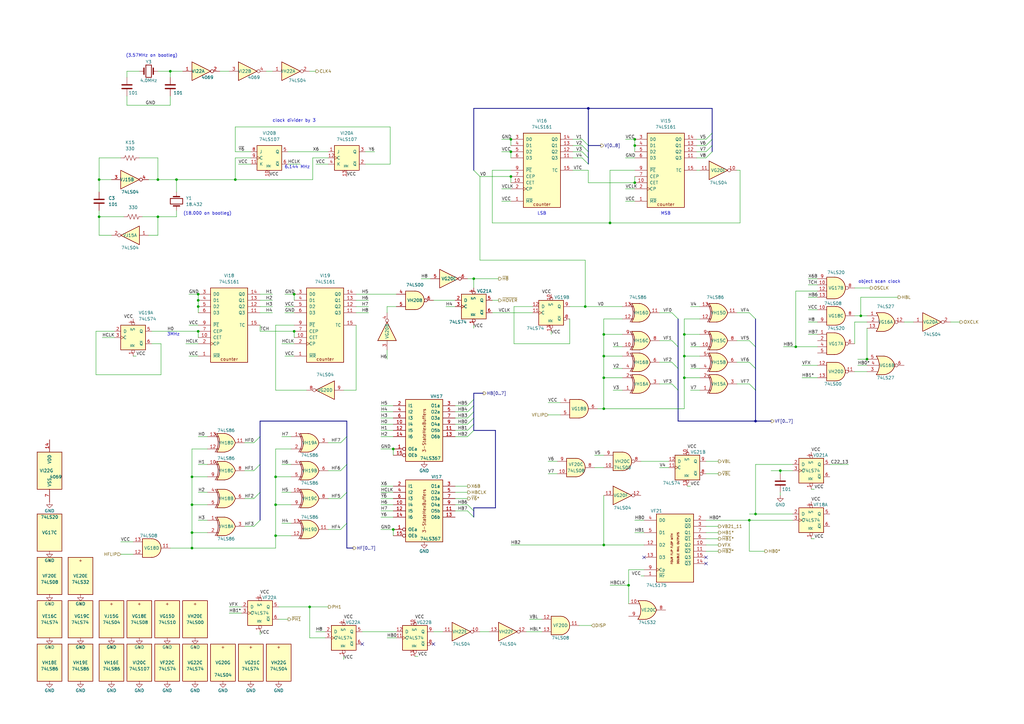
<source format=kicad_sch>
(kicad_sch (version 20231120) (generator "eeschema") (generator_version "8.0")
  (paper "A3")
  (title_block (title "Video Timing") (date "2024-10-12") (company "JOTEGO") (comment 1 "Jose Tejada"))
  (junction (at 247.65 137.16))
  (junction (at 40.64 88.9))
  (junction (at 120.65 120.65))
  (junction (at 209.55 62.23))
  (junction (at 250.19 91.44))
  (junction (at 69.85 29.21))
  (junction (at 241.3 44.45))
  (junction (at 127 248.92))
  (junction (at 257.81 240.03))
  (junction (at 120.65 135.89))
  (junction (at 280.67 146.05))
  (junction (at 247.65 154.94))
  (junction (at 72.39 73.66))
  (junction (at 353.06 129.54))
  (junction (at 247.65 223.52))
  (junction (at 309.88 172.72))
  (junction (at 320.04 193.04))
  (junction (at 78.74 195.58))
  (junction (at 64.77 88.9))
  (junction (at 240.03 125.73))
  (junction (at 96.52 73.66))
  (junction (at 161.29 217.17))
  (junction (at 209.55 72.39))
  (junction (at 64.77 73.66))
  (junction (at 78.74 218.44))
  (junction (at 280.67 154.94))
  (junction (at 247.65 167.64))
  (junction (at 113.03 195.58))
  (junction (at 247.65 146.05))
  (junction (at 78.74 207.01))
  (junction (at 307.34 213.36))
  (junction (at 78.74 224.79))
  (junction (at 260.35 74.93))
  (junction (at 326.39 142.24))
  (junction (at 113.03 219.71))
  (junction (at 194.31 114.3))
  (junction (at 260.35 59.69))
  (junction (at 81.28 125.73))
  (junction (at 81.28 123.19))
  (junction (at 355.6 147.32))
  (junction (at 280.67 137.16))
  (junction (at 260.35 57.15))
  (junction (at 161.29 184.15))
  (junction (at 309.88 210.82))
  (junction (at 209.55 57.15))
  (junction (at 40.64 73.66))
  (junction (at 81.28 120.65))
  (junction (at 113.03 207.01))
  (junction (at 81.28 135.89))
  (no_connect (at 148.59 264.16))
  (no_connect (at 264.16 228.6))
  (no_connect (at 289.56 231.14))
  (no_connect (at 177.8 264.16))
  (no_connect (at 289.56 228.6))
  (bus_entry (at 139.7 181.61) (size 2.54 -2.54))
  (bus_entry (at 191.77 179.07) (size 2.54 -2.54))
  (bus_entry (at 139.7 204.47) (size 2.54 -2.54))
  (bus_entry (at 238.76 59.69) (size 2.54 2.54))
  (bus_entry (at 191.77 207.01) (size 2.54 2.54))
  (bus_entry (at 275.59 139.7) (size 2.54 2.54))
  (bus_entry (at 289.56 57.15) (size 2.54 -2.54))
  (bus_entry (at 307.34 157.48) (size 2.54 2.54))
  (bus_entry (at 191.77 176.53) (size 2.54 -2.54))
  (bus_entry (at 139.7 217.17) (size 2.54 -2.54))
  (bus_entry (at 275.59 148.59) (size 2.54 2.54))
  (bus_entry (at 307.34 139.7) (size 2.54 2.54))
  (bus_entry (at 194.31 69.85) (size 2.54 2.54))
  (bus_entry (at 191.77 168.91) (size 2.54 -2.54))
  (bus_entry (at 191.77 171.45) (size 2.54 -2.54))
  (bus_entry (at 289.56 64.77) (size 2.54 -2.54))
  (bus_entry (at 104.14 193.04) (size 2.54 -2.54))
  (bus_entry (at 104.14 215.9) (size 2.54 -2.54))
  (bus_entry (at 289.56 59.69) (size 2.54 -2.54))
  (bus_entry (at 275.59 157.48) (size 2.54 2.54))
  (bus_entry (at 139.7 193.04) (size 2.54 -2.54))
  (bus_entry (at 238.76 57.15) (size 2.54 2.54))
  (bus_entry (at 191.77 173.99) (size 2.54 -2.54))
  (bus_entry (at 275.59 128.27) (size 2.54 2.54))
  (bus_entry (at 238.76 64.77) (size 2.54 2.54))
  (bus_entry (at 307.34 148.59) (size 2.54 2.54))
  (bus_entry (at 289.56 62.23) (size 2.54 -2.54))
  (bus_entry (at 191.77 166.37) (size 2.54 -2.54))
  (bus_entry (at 307.34 128.27) (size 2.54 2.54))
  (bus_entry (at 104.14 181.61) (size 2.54 -2.54))
  (bus_entry (at 191.77 209.55) (size 2.54 2.54))
  (bus_entry (at 104.14 204.47) (size 2.54 -2.54))
  (bus_entry (at 238.76 62.23) (size 2.54 2.54))
  (wire (pts (xy 158.75 261.62) (xy 162.56 261.62)))
  (bus (pts (xy 278.13 130.81) (xy 278.13 142.24)))
  (wire (pts (xy 270.51 191.77) (xy 274.32 191.77)))
  (wire (pts (xy 134.62 64.77) (xy 128.27 64.77)))
  (bus (pts (xy 194.31 161.29) (xy 198.12 161.29)))
  (bus (pts (xy 292.1 57.15) (xy 292.1 54.61)))
  (wire (pts (xy 257.81 233.68) (xy 257.81 240.03)))
  (wire (pts (xy 96.52 64.77) (xy 96.52 73.66)))
  (wire (pts (xy 280.67 137.16) (xy 280.67 130.81)))
  (wire (pts (xy 40.64 86.36) (xy 40.64 88.9)))
  (wire (pts (xy 289.56 194.31) (xy 294.64 194.31)))
  (wire (pts (xy 233.68 140.97) (xy 233.68 130.81)))
  (wire (pts (xy 39.37 153.67) (xy 66.04 153.67)))
  (wire (pts (xy 102.87 64.77) (xy 96.52 64.77)))
  (wire (pts (xy 326.39 142.24) (xy 335.28 142.24)))
  (wire (pts (xy 156.21 184.15) (xy 161.29 184.15)))
  (wire (pts (xy 331.47 127) (xy 335.28 127)))
  (wire (pts (xy 307.34 213.36) (xy 325.12 213.36)))
  (wire (pts (xy 116.84 120.65) (xy 120.65 120.65)))
  (wire (pts (xy 307.34 210.82) (xy 309.88 210.82)))
  (wire (pts (xy 260.35 72.39) (xy 260.35 74.93)))
  (wire (pts (xy 209.55 72.39) (xy 196.85 72.39)))
  (bus (pts (xy 106.68 190.5) (xy 106.68 179.07)))
  (wire (pts (xy 106.68 128.27) (xy 111.76 128.27)))
  (bus (pts (xy 203.2 208.28) (xy 203.2 176.53)))
  (wire (pts (xy 156.21 199.39) (xy 161.29 199.39)))
  (wire (pts (xy 256.54 77.47) (xy 260.35 77.47)))
  (wire (pts (xy 156.21 204.47) (xy 161.29 204.47)))
  (wire (pts (xy 134.62 217.17) (xy 139.7 217.17)))
  (wire (pts (xy 156.21 207.01) (xy 161.29 207.01)))
  (wire (pts (xy 247.65 137.16) (xy 247.65 146.05)))
  (wire (pts (xy 270.51 128.27) (xy 275.59 128.27)))
  (bus (pts (xy 241.3 59.69) (xy 246.38 59.69)))
  (wire (pts (xy 149.86 62.23) (xy 153.67 62.23)))
  (wire (pts (xy 250.19 69.85) (xy 260.35 69.85)))
  (wire (pts (xy 146.05 120.65) (xy 162.56 120.65)))
  (wire (pts (xy 177.8 123.19) (xy 186.69 123.19)))
  (wire (pts (xy 309.88 210.82) (xy 309.88 190.5)))
  (wire (pts (xy 224.79 170.18) (xy 229.87 170.18)))
  (wire (pts (xy 69.85 29.21) (xy 74.93 29.21)))
  (wire (pts (xy 171.45 269.24) (xy 170.18 269.24)))
  (wire (pts (xy 256.54 57.15) (xy 260.35 57.15)))
  (wire (pts (xy 353.06 121.92) (xy 368.3 121.92)))
  (wire (pts (xy 177.8 259.08) (xy 181.61 259.08)))
  (wire (pts (xy 224.79 194.31) (xy 228.6 194.31)))
  (wire (pts (xy 96.52 62.23) (xy 102.87 62.23)))
  (wire (pts (xy 127 261.62) (xy 127 248.92)))
  (wire (pts (xy 331.47 132.08) (xy 335.28 132.08)))
  (wire (pts (xy 289.56 189.23) (xy 294.64 189.23)))
  (wire (pts (xy 81.28 120.65) (xy 81.28 123.19)))
  (wire (pts (xy 115.57 190.5) (xy 119.38 190.5)))
  (wire (pts (xy 78.74 207.01) (xy 78.74 218.44)))
  (wire (pts (xy 241.3 74.93) (xy 260.35 74.93)))
  (wire (pts (xy 41.91 138.43) (xy 46.99 138.43)))
  (wire (pts (xy 134.62 193.04) (xy 139.7 193.04)))
  (wire (pts (xy 209.55 223.52) (xy 247.65 223.52)))
  (bus (pts (xy 309.88 130.81) (xy 309.88 142.24)))
  (wire (pts (xy 209.55 69.85) (xy 201.93 69.85)))
  (wire (pts (xy 320.04 193.04) (xy 325.12 193.04)))
  (wire (pts (xy 58.42 88.9) (xy 64.77 88.9)))
  (wire (pts (xy 115.57 140.97) (xy 120.65 140.97)))
  (wire (pts (xy 60.96 73.66) (xy 64.77 73.66)))
  (wire (pts (xy 247.65 154.94) (xy 255.27 154.94)))
  (wire (pts (xy 118.11 67.31) (xy 123.19 67.31)))
  (wire (pts (xy 234.95 64.77) (xy 238.76 64.77)))
  (wire (pts (xy 78.74 224.79) (xy 113.03 224.79)))
  (wire (pts (xy 302.26 148.59) (xy 307.34 148.59)))
  (wire (pts (xy 156.21 171.45) (xy 161.29 171.45)))
  (wire (pts (xy 351.79 149.86) (xy 355.6 149.86)))
  (bus (pts (xy 309.88 151.13) (xy 309.88 160.02)))
  (bus (pts (xy 142.24 172.72) (xy 142.24 179.07)))
  (wire (pts (xy 81.28 123.19) (xy 81.28 125.73)))
  (wire (pts (xy 113.03 219.71) (xy 119.38 219.71)))
  (wire (pts (xy 156.21 212.09) (xy 161.29 212.09)))
  (bus (pts (xy 194.31 166.37) (xy 194.31 163.83)))
  (wire (pts (xy 55.88 146.05) (xy 54.61 146.05)))
  (wire (pts (xy 260.35 213.36) (xy 264.16 213.36)))
  (wire (pts (xy 156.21 166.37) (xy 161.29 166.37)))
  (wire (pts (xy 186.69 171.45) (xy 191.77 171.45)))
  (wire (pts (xy 186.69 207.01) (xy 191.77 207.01)))
  (wire (pts (xy 72.39 73.66) (xy 96.52 73.66)))
  (wire (pts (xy 250.19 240.03) (xy 257.81 240.03)))
  (wire (pts (xy 113.03 133.35) (xy 113.03 160.02)))
  (wire (pts (xy 156.21 176.53) (xy 161.29 176.53)))
  (wire (pts (xy 241.3 69.85) (xy 241.3 74.93)))
  (wire (pts (xy 201.93 91.44) (xy 250.19 91.44)))
  (wire (pts (xy 194.31 134.62) (xy 194.31 133.35)))
  (wire (pts (xy 247.65 130.81) (xy 247.65 137.16)))
  (wire (pts (xy 156.21 173.99) (xy 161.29 173.99)))
  (wire (pts (xy 158.75 125.73) (xy 162.56 125.73)))
  (wire (pts (xy 113.03 160.02) (xy 125.73 160.02)))
  (wire (pts (xy 93.98 251.46) (xy 99.06 251.46)))
  (wire (pts (xy 320.04 201.93) (xy 320.04 203.2)))
  (wire (pts (xy 205.74 82.55) (xy 209.55 82.55)))
  (wire (pts (xy 270.51 148.59) (xy 275.59 148.59)))
  (wire (pts (xy 186.69 168.91) (xy 191.77 168.91)))
  (wire (pts (xy 81.28 179.07) (xy 85.09 179.07)))
  (bus (pts (xy 292.1 54.61) (xy 292.1 44.45)))
  (wire (pts (xy 72.39 73.66) (xy 72.39 78.74)))
  (bus (pts (xy 194.31 44.45) (xy 241.3 44.45)))
  (wire (pts (xy 146.05 133.35) (xy 146.05 160.02)))
  (wire (pts (xy 81.28 201.93) (xy 85.09 201.93)))
  (wire (pts (xy 133.35 261.62) (xy 127 261.62)))
  (wire (pts (xy 196.85 72.39) (xy 196.85 106.68)))
  (wire (pts (xy 257.81 233.68) (xy 264.16 233.68)))
  (wire (pts (xy 40.64 88.9) (xy 50.8 88.9)))
  (wire (pts (xy 331.47 116.84) (xy 335.28 116.84)))
  (wire (pts (xy 280.67 154.94) (xy 280.67 146.05)))
  (wire (pts (xy 115.57 214.63) (xy 119.38 214.63)))
  (wire (pts (xy 127 248.92) (xy 134.62 248.92)))
  (wire (pts (xy 100.33 193.04) (xy 104.14 193.04)))
  (wire (pts (xy 120.65 135.89) (xy 120.65 138.43)))
  (wire (pts (xy 280.67 167.64) (xy 280.67 154.94)))
  (wire (pts (xy 69.85 43.18) (xy 69.85 39.37)))
  (wire (pts (xy 40.64 73.66) (xy 45.72 73.66)))
  (wire (pts (xy 355.6 132.08) (xy 350.52 132.08)))
  (wire (pts (xy 113.03 184.15) (xy 113.03 195.58)))
  (wire (pts (xy 353.06 129.54) (xy 353.06 121.92)))
  (wire (pts (xy 328.93 154.94) (xy 335.28 154.94)))
  (wire (pts (xy 116.84 146.05) (xy 120.65 146.05)))
  (wire (pts (xy 351.79 147.32) (xy 355.6 147.32)))
  (wire (pts (xy 81.28 213.36) (xy 85.09 213.36)))
  (wire (pts (xy 115.57 201.93) (xy 119.38 201.93)))
  (wire (pts (xy 69.85 29.21) (xy 69.85 31.75)))
  (wire (pts (xy 243.84 191.77) (xy 247.65 191.77)))
  (wire (pts (xy 196.85 106.68) (xy 240.03 106.68)))
  (wire (pts (xy 283.21 151.13) (xy 287.02 151.13)))
  (wire (pts (xy 120.65 133.35) (xy 113.03 133.35)))
  (wire (pts (xy 194.31 114.3) (xy 191.77 114.3)))
  (wire (pts (xy 289.56 213.36) (xy 307.34 213.36)))
  (wire (pts (xy 250.19 91.44) (xy 250.19 69.85)))
  (wire (pts (xy 186.69 209.55) (xy 191.77 209.55)))
  (wire (pts (xy 134.62 181.61) (xy 139.7 181.61)))
  (wire (pts (xy 85.09 184.15) (xy 78.74 184.15)))
  (wire (pts (xy 160.02 67.31) (xy 160.02 52.07)))
  (wire (pts (xy 209.55 62.23) (xy 209.55 64.77)))
  (wire (pts (xy 303.53 69.85) (xy 303.53 91.44)))
  (wire (pts (xy 39.37 135.89) (xy 39.37 153.67)))
  (wire (pts (xy 251.46 160.02) (xy 255.27 160.02)))
  (wire (pts (xy 109.22 29.21) (xy 111.76 29.21)))
  (wire (pts (xy 106.68 123.19) (xy 111.76 123.19)))
  (wire (pts (xy 260.35 57.15) (xy 260.35 59.69)))
  (wire (pts (xy 129.54 259.08) (xy 133.35 259.08)))
  (wire (pts (xy 52.07 31.75) (xy 52.07 29.21)))
  (bus (pts (xy 241.3 62.23) (xy 241.3 59.69)))
  (wire (pts (xy 289.56 220.98) (xy 294.64 220.98)))
  (bus (pts (xy 106.68 179.07) (xy 106.68 172.72)))
  (wire (pts (xy 128.27 64.77) (xy 128.27 73.66)))
  (wire (pts (xy 260.35 218.44) (xy 264.16 218.44)))
  (wire (pts (xy 118.11 62.23) (xy 134.62 62.23)))
  (wire (pts (xy 64.77 73.66) (xy 72.39 73.66)))
  (bus (pts (xy 292.1 62.23) (xy 292.1 59.69)))
  (wire (pts (xy 146.05 128.27) (xy 151.13 128.27)))
  (wire (pts (xy 201.93 123.19) (xy 204.47 123.19)))
  (wire (pts (xy 240.03 106.68) (xy 240.03 125.73)))
  (wire (pts (xy 328.93 149.86) (xy 335.28 149.86)))
  (wire (pts (xy 302.26 69.85) (xy 303.53 69.85)))
  (wire (pts (xy 127 29.21) (xy 129.54 29.21)))
  (wire (pts (xy 331.47 114.3) (xy 335.28 114.3)))
  (wire (pts (xy 77.47 133.35) (xy 81.28 133.35)))
  (wire (pts (xy 161.29 186.69) (xy 161.29 184.15)))
  (bus (pts (xy 142.24 201.93) (xy 142.24 214.63)))
  (wire (pts (xy 285.75 64.77) (xy 289.56 64.77)))
  (wire (pts (xy 234.95 57.15) (xy 238.76 57.15)))
  (wire (pts (xy 350.52 129.54) (xy 353.06 129.54)))
  (wire (pts (xy 350.52 152.4) (xy 355.6 152.4)))
  (wire (pts (xy 350.52 118.11) (xy 356.87 118.11)))
  (wire (pts (xy 224.79 189.23) (xy 228.6 189.23)))
  (wire (pts (xy 149.86 67.31) (xy 160.02 67.31)))
  (wire (pts (xy 161.29 219.71) (xy 161.29 217.17)))
  (wire (pts (xy 289.56 223.52) (xy 294.64 223.52)))
  (wire (pts (xy 46.99 135.89) (xy 39.37 135.89)))
  (wire (pts (xy 307.34 226.06) (xy 307.34 213.36)))
  (wire (pts (xy 205.74 62.23) (xy 209.55 62.23)))
  (wire (pts (xy 186.69 179.07) (xy 191.77 179.07)))
  (wire (pts (xy 100.33 181.61) (xy 104.14 181.61)))
  (bus (pts (xy 194.31 209.55) (xy 194.31 208.28)))
  (wire (pts (xy 335.28 119.38) (xy 326.39 119.38)))
  (wire (pts (xy 100.33 204.47) (xy 104.14 204.47)))
  (wire (pts (xy 218.44 125.73) (xy 210.82 125.73)))
  (wire (pts (xy 186.69 201.93) (xy 191.77 201.93)))
  (wire (pts (xy 158.75 143.51) (xy 158.75 147.32)))
  (wire (pts (xy 156.21 201.93) (xy 161.29 201.93)))
  (wire (pts (xy 285.75 59.69) (xy 289.56 59.69)))
  (wire (pts (xy 52.07 29.21) (xy 57.15 29.21)))
  (wire (pts (xy 234.95 69.85) (xy 241.3 69.85)))
  (wire (pts (xy 209.55 57.15) (xy 209.55 59.69)))
  (wire (pts (xy 96.52 52.07) (xy 96.52 62.23)))
  (wire (pts (xy 283.21 199.39) (xy 281.94 199.39)))
  (bus (pts (xy 194.31 171.45) (xy 194.31 168.91)))
  (wire (pts (xy 270.51 139.7) (xy 275.59 139.7)))
  (wire (pts (xy 289.56 226.06) (xy 294.64 226.06)))
  (wire (pts (xy 93.98 248.92) (xy 99.06 248.92)))
  (wire (pts (xy 156.21 179.07) (xy 161.29 179.07)))
  (wire (pts (xy 40.64 96.52) (xy 45.72 96.52)))
  (wire (pts (xy 62.23 135.89) (xy 81.28 135.89)))
  (wire (pts (xy 182.88 125.73) (xy 186.69 125.73)))
  (wire (pts (xy 285.75 57.15) (xy 289.56 57.15)))
  (wire (pts (xy 217.17 254) (xy 222.25 254)))
  (wire (pts (xy 76.2 140.97) (xy 81.28 140.97)))
  (wire (pts (xy 350.52 132.08) (xy 350.52 140.97)))
  (wire (pts (xy 81.28 190.5) (xy 85.09 190.5)))
  (wire (pts (xy 201.93 128.27) (xy 218.44 128.27)))
  (wire (pts (xy 285.75 62.23) (xy 289.56 62.23)))
  (wire (pts (xy 81.28 125.73) (xy 81.28 128.27)))
  (wire (pts (xy 40.64 88.9) (xy 40.64 96.52)))
  (bus (pts (xy 203.2 176.53) (xy 194.31 176.53)))
  (wire (pts (xy 210.82 140.97) (xy 233.68 140.97)))
  (wire (pts (xy 66.04 153.67) (xy 66.04 140.97)))
  (wire (pts (xy 90.17 29.21) (xy 93.98 29.21)))
  (wire (pts (xy 237.49 256.54) (xy 242.57 256.54)))
  (bus (pts (xy 194.31 173.99) (xy 194.31 171.45)))
  (wire (pts (xy 257.81 240.03) (xy 257.81 247.65)))
  (wire (pts (xy 78.74 184.15) (xy 78.74 195.58)))
  (wire (pts (xy 113.03 219.71) (xy 113.03 224.79)))
  (wire (pts (xy 280.67 130.81) (xy 287.02 130.81)))
  (wire (pts (xy 96.52 73.66) (xy 128.27 73.66)))
  (wire (pts (xy 66.04 140.97) (xy 62.23 140.97)))
  (wire (pts (xy 148.59 259.08) (xy 162.56 259.08)))
  (wire (pts (xy 302.26 139.7) (xy 307.34 139.7)))
  (wire (pts (xy 210.82 125.73) (xy 210.82 140.97)))
  (wire (pts (xy 77.47 146.05) (xy 81.28 146.05)))
  (wire (pts (xy 113.03 195.58) (xy 119.38 195.58)))
  (wire (pts (xy 270.51 157.48) (xy 275.59 157.48)))
  (wire (pts (xy 313.69 226.06) (xy 307.34 226.06)))
  (wire (pts (xy 134.62 67.31) (xy 129.54 67.31)))
  (wire (pts (xy 186.69 173.99) (xy 191.77 173.99)))
  (bus (pts (xy 142.24 224.79) (xy 144.78 224.79)))
  (wire (pts (xy 156.21 168.91) (xy 161.29 168.91)))
  (wire (pts (xy 389.89 132.08) (xy 393.7 132.08)))
  (wire (pts (xy 100.33 215.9) (xy 104.14 215.9)))
  (bus (pts (xy 278.13 151.13) (xy 278.13 160.02)))
  (wire (pts (xy 196.85 259.08) (xy 200.66 259.08)))
  (wire (pts (xy 205.74 57.15) (xy 209.55 57.15)))
  (wire (pts (xy 78.74 195.58) (xy 78.74 207.01)))
  (wire (pts (xy 40.64 64.77) (xy 40.64 73.66)))
  (wire (pts (xy 113.03 207.01) (xy 113.03 219.71)))
  (wire (pts (xy 146.05 125.73) (xy 151.13 125.73)))
  (wire (pts (xy 57.15 64.77) (xy 64.77 64.77)))
  (wire (pts (xy 114.3 254) (xy 118.11 254)))
  (wire (pts (xy 186.69 199.39) (xy 191.77 199.39)))
  (bus (pts (xy 278.13 172.72) (xy 309.88 172.72)))
  (wire (pts (xy 294.64 218.44) (xy 289.56 218.44)))
  (wire (pts (xy 40.64 73.66) (xy 40.64 78.74)))
  (bus (pts (xy 309.88 160.02) (xy 309.88 172.72)))
  (wire (pts (xy 64.77 88.9) (xy 72.39 88.9)))
  (wire (pts (xy 331.47 121.92) (xy 335.28 121.92)))
  (wire (pts (xy 156.21 217.17) (xy 161.29 217.17)))
  (bus (pts (xy 106.68 201.93) (xy 106.68 190.5)))
  (wire (pts (xy 158.75 128.27) (xy 158.75 125.73)))
  (wire (pts (xy 247.65 167.64) (xy 280.67 167.64)))
  (wire (pts (xy 316.23 193.04) (xy 320.04 193.04)))
  (wire (pts (xy 160.02 52.07) (xy 96.52 52.07)))
  (wire (pts (xy 234.95 62.23) (xy 238.76 62.23)))
  (wire (pts (xy 247.65 146.05) (xy 247.65 154.94)))
  (wire (pts (xy 209.55 72.39) (xy 209.55 74.93)))
  (wire (pts (xy 49.53 64.77) (xy 40.64 64.77)))
  (wire (pts (xy 60.96 96.52) (xy 64.77 96.52)))
  (wire (pts (xy 106.68 260.35) (xy 106.68 259.08)))
  (wire (pts (xy 309.88 190.5) (xy 325.12 190.5)))
  (wire (pts (xy 247.65 167.64) (xy 245.11 167.64)))
  (wire (pts (xy 262.89 236.22) (xy 264.16 236.22)))
  (wire (pts (xy 52.07 39.37) (xy 52.07 43.18)))
  (wire (pts (xy 243.84 186.69) (xy 247.65 186.69)))
  (bus (pts (xy 106.68 172.72) (xy 142.24 172.72)))
  (wire (pts (xy 134.62 204.47) (xy 139.7 204.47)))
  (wire (pts (xy 302.26 128.27) (xy 307.34 128.27)))
  (bus (pts (xy 142.24 190.5) (xy 142.24 201.93)))
  (bus (pts (xy 194.31 163.83) (xy 194.31 161.29)))
  (wire (pts (xy 115.57 179.07) (xy 119.38 179.07)))
  (wire (pts (xy 78.74 207.01) (xy 85.09 207.01)))
  (bus (pts (xy 241.3 67.31) (xy 241.3 64.77)))
  (wire (pts (xy 69.85 224.79) (xy 78.74 224.79)))
  (wire (pts (xy 251.46 151.13) (xy 255.27 151.13)))
  (wire (pts (xy 186.69 166.37) (xy 191.77 166.37)))
  (bus (pts (xy 241.3 64.77) (xy 241.3 62.23)))
  (wire (pts (xy 106.68 120.65) (xy 111.76 120.65)))
  (wire (pts (xy 146.05 160.02) (xy 140.97 160.02)))
  (wire (pts (xy 280.67 154.94) (xy 287.02 154.94)))
  (wire (pts (xy 140.97 270.51) (xy 140.97 269.24)))
  (wire (pts (xy 81.28 135.89) (xy 81.28 138.43)))
  (bus (pts (xy 142.24 214.63) (xy 142.24 224.79)))
  (wire (pts (xy 309.88 210.82) (xy 325.12 210.82)))
  (wire (pts (xy 119.38 207.01) (xy 113.03 207.01)))
  (wire (pts (xy 262.89 189.23) (xy 274.32 189.23)))
  (bus (pts (xy 194.31 176.53) (xy 194.31 173.99)))
  (wire (pts (xy 224.79 165.1) (xy 229.87 165.1)))
  (wire (pts (xy 331.47 137.16) (xy 335.28 137.16)))
  (wire (pts (xy 215.9 259.08) (xy 222.25 259.08)))
  (bus (pts (xy 194.31 208.28) (xy 203.2 208.28)))
  (wire (pts (xy 234.95 59.69) (xy 238.76 59.69)))
  (wire (pts (xy 280.67 146.05) (xy 287.02 146.05)))
  (wire (pts (xy 256.54 82.55) (xy 260.35 82.55)))
  (wire (pts (xy 106.68 135.89) (xy 120.65 135.89)))
  (wire (pts (xy 321.31 142.24) (xy 326.39 142.24)))
  (wire (pts (xy 226.06 137.16) (xy 226.06 135.89)))
  (wire (pts (xy 247.65 203.2) (xy 247.65 223.52)))
  (bus (pts (xy 241.3 44.45) (xy 292.1 44.45)))
  (wire (pts (xy 256.54 64.77) (xy 260.35 64.77)))
  (wire (pts (xy 247.65 146.05) (xy 255.27 146.05)))
  (wire (pts (xy 49.53 227.33) (xy 54.61 227.33)))
  (wire (pts (xy 370.84 132.08) (xy 374.65 132.08)))
  (wire (pts (xy 114.3 248.92) (xy 127 248.92)))
  (wire (pts (xy 194.31 114.3) (xy 204.47 114.3)))
  (wire (pts (xy 280.67 146.05) (xy 280.67 137.16)))
  (wire (pts (xy 64.77 29.21) (xy 69.85 29.21)))
  (wire (pts (xy 289.56 215.9) (xy 294.64 215.9)))
  (wire (pts (xy 283.21 125.73) (xy 287.02 125.73)))
  (wire (pts (xy 146.05 123.19) (xy 151.13 123.19)))
  (bus (pts (xy 194.31 212.09) (xy 194.31 209.55)))
  (wire (pts (xy 326.39 119.38) (xy 326.39 142.24)))
  (wire (pts (xy 233.68 125.73) (xy 240.03 125.73)))
  (wire (pts (xy 64.77 64.77) (xy 64.77 73.66)))
  (wire (pts (xy 240.03 125.73) (xy 255.27 125.73)))
  (wire (pts (xy 52.07 43.18) (xy 69.85 43.18)))
  (wire (pts (xy 78.74 218.44) (xy 78.74 224.79)))
  (bus (pts (xy 278.13 142.24) (xy 278.13 151.13)))
  (wire (pts (xy 102.87 67.31) (xy 97.79 67.31)))
  (wire (pts (xy 72.39 86.36) (xy 72.39 88.9)))
  (bus (pts (xy 142.24 179.07) (xy 142.24 190.5)))
  (wire (pts (xy 251.46 142.24) (xy 255.27 142.24)))
  (wire (pts (xy 334.01 220.98) (xy 332.74 220.98)))
  (bus (pts (xy 309.88 142.24) (xy 309.88 151.13)))
  (bus (pts (xy 309.88 172.72) (xy 316.23 172.72)))
  (wire (pts (xy 247.65 223.52) (xy 264.16 223.52)))
  (wire (pts (xy 116.84 128.27) (xy 120.65 128.27)))
  (wire (pts (xy 176.53 114.3) (xy 172.72 114.3)))
  (bus (pts (xy 241.3 44.45) (xy 241.3 59.69)))
  (wire (pts (xy 255.27 130.81) (xy 247.65 130.81)))
  (wire (pts (xy 78.74 195.58) (xy 85.09 195.58)))
  (bus (pts (xy 106.68 213.36) (xy 106.68 201.93)))
  (wire (pts (xy 113.03 195.58) (xy 113.03 207.01)))
  (wire (pts (xy 106.68 125.73) (xy 111.76 125.73)))
  (wire (pts (xy 247.65 167.64) (xy 247.65 154.94)))
  (wire (pts (xy 285.75 69.85) (xy 287.02 69.85)))
  (wire (pts (xy 186.69 204.47) (xy 191.77 204.47)))
  (wire (pts (xy 303.53 91.44) (xy 250.19 91.44)))
  (wire (pts (xy 283.21 160.02) (xy 287.02 160.02)))
  (wire (pts (xy 186.69 176.53) (xy 191.77 176.53)))
  (wire (pts (xy 116.84 125.73) (xy 120.65 125.73)))
  (wire (pts (xy 194.31 118.11) (xy 194.31 114.3)))
  (wire (pts (xy 353.06 129.54) (xy 355.6 129.54)))
  (wire (pts (xy 106.68 133.35) (xy 106.68 135.89)))
  (bus (pts (xy 194.31 168.91) (xy 194.31 166.37)))
  (wire (pts (xy 283.21 142.24) (xy 287.02 142.24)))
  (wire (pts (xy 120.65 120.65) (xy 120.65 123.19)))
  (bus (pts (xy 278.13 160.02) (xy 278.13 172.72)))
  (wire (pts (xy 320.04 194.31) (xy 320.04 193.04)))
  (wire (pts (xy 156.21 209.55) (xy 161.29 209.55)))
  (wire (pts (xy 77.47 120.65) (xy 81.28 120.65)))
  (wire (pts (xy 340.36 190.5) (xy 347.98 190.5)))
  (wire (pts (xy 334.01 200.66) (xy 332.74 200.66)))
  (wire (pts (xy 355.6 134.62) (xy 355.6 147.32)))
  (wire (pts (xy 205.74 77.47) (xy 209.55 77.47)))
  (wire (pts (xy 302.26 157.48) (xy 307.34 157.48)))
  (wire (pts (xy 78.74 218.44) (xy 85.09 218.44)))
  (wire (pts (xy 201.93 69.85) (xy 201.93 91.44)))
  (bus (pts (xy 292.1 59.69) (xy 292.1 57.15)))
  (bus (pts (xy 194.31 69.85) (xy 194.31 44.45)))
  (wire (pts (xy 247.65 137.16) (xy 255.27 137.16)))
  (wire (pts (xy 49.53 222.25) (xy 54.61 222.25)))
  (wire (pts (xy 260.35 59.69) (xy 260.35 62.23)))
  (wire (pts (xy 64.77 88.9) (xy 64.77 96.52)))
  (wire (pts (xy 119.38 184.15) (xy 113.03 184.15)))
  (wire (pts (xy 280.67 137.16) (xy 287.02 137.16)))
  (text "(3.57MHz on bootleg)" (at 62.23 22.86 0) (effects (font (size 1.27 1.27))))
  (text "LSB\n" (at 222.25 87.63 0) (effects (font (size 1.27 1.27))))
  (text "3MHz\n" (at 71.12 137.16 0) (effects (font (size 1.27 1.27))))
  (text "clock divider by 3" (at 120.65 49.53 0) (effects (font (size 1.27 1.27))))
  (text "6.144 MHz" (at 121.92 68.58 0) (effects (font (size 1.27 1.27))))
  (text "MSB\n" (at 273.05 87.63 0) (effects (font (size 1.27 1.27))))
  (text "object scan clock" (at 360.68 115.57 0) (effects (font (size 1.27 1.27))))
  (text "(18.000 on bootleg)" (at 85.09 87.63 0) (effects (font (size 1.27 1.27))))
  (label "H1" (at 81.28 190.5 0))
  (label "H0" (at 68.58 135.89 0))
  (label "HCLK" (at 76.2 140.97 0))
  (label "GND" (at 59.69 43.18 0))
  (label "VF6" (at 307.34 148.59 180))
  (label "HB1" (at 260.35 218.44 0))
  (label "HCLK" (at 41.91 138.43 0))
  (label "H0" (at 156.21 173.99 0))
  (label "HB1" (at 191.77 176.53 180))
  (label "VTC" (at 238.76 69.85 180))
  (label "VFX" (at 328.93 149.86 0))
  (label "~{Y6}" (at 156.21 204.47 0))
  (label "V7" (at 283.21 160.02 0))
  (label "HB5" (at 191.77 166.37 180))
  (label "VCC" (at 54.61 130.81 180))
  (label "VCC" (at 226.06 137.16 0))
  (label "GND" (at 116.84 128.27 0))
  (label "VF3" (at 275.59 157.48 180))
  (label "VF2" (at 275.59 148.59 180))
  (label "V6" (at 283.21 151.13 0))
  (label "VCC" (at 256.54 82.55 0))
  (label "V7" (at 224.79 194.31 0))
  (label "HBL*" (at 217.17 259.08 0))
  (label "VCC" (at 49.53 222.25 0))
  (label "~{Y6}" (at 97.79 62.23 0))
  (label "HF0" (at 104.14 181.61 180))
  (label "VCC" (at 106.68 260.35 0))
  (label "H3" (at 156.21 171.45 0))
  (label "TCH" (at 106.68 135.89 0))
  (label "HB7" (at 331.47 137.16 0))
  (label "H8" (at 331.47 132.08 0))
  (label "V1" (at 238.76 57.15 180))
  (label "VBL" (at 217.17 254 0))
  (label "HF4" (at 139.7 217.17 180))
  (label "V6" (at 289.56 59.69 180))
  (label "V3" (at 251.46 160.02 0))
  (label "VCLK" (at 256.54 77.47 0))
  (label "VCLK" (at 205.74 77.47 0))
  (label "V0" (at 196.85 72.39 0))
  (label "HCLK" (at 123.19 67.31 180))
  (label "VCC" (at 332.74 205.74 0))
  (label "VCC" (at 332.74 185.42 0))
  (label "X6" (at 128.27 62.23 0))
  (label "HB0" (at 191.77 173.99 180))
  (label "H6" (at 151.13 123.19 180))
  (label "V4" (at 270.51 191.77 0))
  (label "H4" (at 182.88 125.73 0))
  (label "HB1*" (at 93.98 251.46 0))
  (label "HB0" (at 260.35 213.36 0))
  (label "HB5" (at 321.31 142.24 0))
  (label "GND" (at 116.84 120.65 0))
  (label "H0" (at 81.28 179.07 0))
  (label "VCC" (at 77.47 146.05 0))
  (label "H1" (at 156.21 176.53 0))
  (label "V1" (at 251.46 142.24 0))
  (label "HB0" (at 158.75 261.62 0))
  (label "VCC" (at 226.06 120.65 180))
  (label "VCC" (at 224.79 165.1 0))
  (label "VCLK" (at 204.47 128.27 0))
  (label "GND" (at 156.21 184.15 0))
  (label "VCC" (at 142.24 72.39 0))
  (label "HCLK" (at 156.21 201.93 0))
  (label "H5" (at 156.21 166.37 0))
  (label "VCC" (at 116.84 146.05 0))
  (label "TCH" (at 331.47 116.84 0))
  (label "H7" (at 156.21 209.55 0))
  (label "H2" (at 156.21 179.07 0))
  (label "GND" (at 256.54 64.77 0))
  (label "VFX" (at 93.98 248.92 0))
  (label "H5" (at 115.57 201.93 0))
  (label "H6" (at 158.75 147.32 180))
  (label "HB3" (at 191.77 171.45 180))
  (label "HB2" (at 209.55 223.52 0))
  (label "HB4" (at 191.77 168.91 180))
  (label "V2" (at 238.76 59.69 180))
  (label "VF1" (at 275.59 139.7 180))
  (label "VF4" (at 307.34 128.27 180))
  (label "H4" (at 115.57 214.63 0))
  (label "VCC" (at 97.79 67.31 0))
  (label "H4" (at 156.21 168.91 0))
  (label "H6" (at 156.21 207.01 0))
  (label "HF2" (at 104.14 204.47 180))
  (label "H7" (at 151.13 125.73 180))
  (label "HB7" (at 191.77 209.55 180))
  (label "VCC" (at 194.31 134.62 0))
  (label "VCC" (at 129.54 67.31 0))
  (label "VCC" (at 262.89 236.22 180))
  (label "V2" (at 251.46 151.13 0))
  (label "VCC" (at 106.68 243.84 0))
  (label "V3" (at 238.76 62.23 180))
  (label "V7" (at 289.56 62.23 180))
  (label "VCC" (at 331.47 127 0))
  (label "V4" (at 283.21 125.73 0))
  (label "C22_13" (at 347.98 190.5 180))
  (label "VCC" (at 55.88 146.05 0))
  (label "Y6" (at 156.21 212.09 0))
  (label "VCC" (at 256.54 57.15 0))
  (label "VCC" (at 170.18 254 0))
  (label "H8" (at 151.13 128.27 180))
  (label "X6" (at 156.21 199.39 0))
  (label "HB2" (at 191.77 179.07 180))
  (label "V5" (at 243.84 186.69 0))
  (label "VCC" (at 116.84 125.73 0))
  (label "HB6" (at 331.47 121.92 0))
  (label "H1" (at 111.76 120.65 180))
  (label "H5" (at 151.13 120.65 180))
  (label "VCC" (at 281.94 184.15 0))
  (label "HB1*" (at 328.93 154.94 0))
  (label "H2" (at 81.28 201.93 0))
  (label "VCC" (at 140.97 270.51 0))
  (label "VCC" (at 110.49 72.39 0))
  (label "V5" (at 289.56 57.15 180))
  (label "H3" (at 111.76 125.73 180))
  (label "VF0" (at 275.59 128.27 180))
  (label "V4" (at 238.76 64.77 180))
  (label "VCC" (at 283.21 199.39 0))
  (label "V8" (at 289.56 64.77 180))
  (label "H6" (at 115.57 190.5 0))
  (label "VCC" (at 334.01 200.66 0))
  (label "VCC" (at 140.97 254 0))
  (label "GND" (at 156.21 217.17 0))
  (label "H8" (at 129.54 259.08 0))
  (label "V0" (at 247.65 125.73 180))
  (label "HCLK" (at 115.57 140.97 0))
  (label "H4" (at 111.76 128.27 180))
  (label "V5" (at 283.21 142.24 0))
  (label "VCC" (at 77.47 133.35 0))
  (label "VCC" (at 205.74 62.23 0))
  (label "VF7" (at 307.34 157.48 180))
  (label "HB6" (at 191.77 207.01 180))
  (label "HB0*" (at 290.83 213.36 0))
  (label "VF5" (at 307.34 139.7 180))
  (label "HF3" (at 104.14 215.9 180))
  (label "H7" (at 115.57 179.07 0))
  (label "VCC" (at 205.74 82.55 0))
  (label "HF5" (at 139.7 204.47 180))
  (label "VCC" (at 334.01 220.98 0))
  (label "HBCLK" (at 250.19 240.03 0))
  (label "V6" (at 224.79 189.23 0))
  (label "X6B" (at 331.47 114.3 0))
  (label "H8" (at 172.72 114.3 0))
  (label "GND" (at 205.74 57.15 0))
  (label "H2" (at 111.76 123.19 180))
  (label "HF1" (at 104.14 193.04 180))
  (label "HF6" (at 139.7 193.04 180))
  (label "GND" (at 77.47 120.65 0))
  (label "H3" (at 81.28 213.36 0))
  (label "Y6" (at 153.67 62.23 180))
  (label "HF7" (at 139.7 181.61 180))
  (label "HB0*" (at 351.79 149.86 0))
  (label "VCC" (at 171.45 269.24 0))
  (hierarchical_label "OSCLK" (shape output) (at 356.87 118.11 0))
  (hierarchical_label "VFLIP" (shape input) (at 224.79 170.18 180))
  (hierarchical_label "PH1" (shape output) (at 134.62 248.92 0))
  (hierarchical_label "HB0*" (shape output) (at 313.69 226.06 0))
  (hierarchical_label "HB1*" (shape output) (at 294.64 218.44 0))
  (hierarchical_label "~{PH1}" (shape output) (at 118.11 254 0))
  (hierarchical_label "~{Y6}*" (shape output) (at 191.77 204.47 0))
  (hierarchical_label "OXCLK" (shape output) (at 393.7 132.08 0))
  (hierarchical_label "DISP" (shape input) (at 242.57 256.54 0))
  (hierarchical_label "~{VBL}" (shape output) (at 294.64 194.31 0))
  (hierarchical_label "VFX" (shape output) (at 294.64 223.52 0))
  (hierarchical_label "~{HOVER}" (shape output) (at 204.47 123.19 0))
  (hierarchical_label "~{HB2}*" (shape output) (at 294.64 226.06 0))
  (hierarchical_label "HFLIP" (shape input) (at 49.53 227.33 180))
  (hierarchical_label "VF[0..7]" (shape output) (at 316.23 172.72 0))
  (hierarchical_label "HB[0..7]" (shape output) (at 198.12 161.29 0))
  (hierarchical_label "HBCLK" (shape output) (at 191.77 201.93 0))
  (hierarchical_label "VB21_11" (shape output) (at 294.64 215.9 0))
  (hierarchical_label "~{HB1}*" (shape output) (at 294.64 220.98 0))
  (hierarchical_label "VBL" (shape output) (at 294.64 189.23 0))
  (hierarchical_label "HBL" (shape output) (at 368.3 121.92 0))
  (hierarchical_label "X6B" (shape output) (at 191.77 199.39 0))
  (hierarchical_label "CLK4" (shape output) (at 129.54 29.21 0))
  (hierarchical_label "V[0..8]" (shape output) (at 246.38 59.69 0))
  (hierarchical_label "~{H8}" (shape output) (at 204.47 114.3 0))
  (hierarchical_label "HF[0..7]" (shape output) (at 144.78 224.79 0))
  (symbol (lib_id "jt74:74LS04") (at 189.23 259.08 0) (unit 5)
    (property "Reference" "VH22" (at 188.595 259.08 0))
    (property "Value" "74LS04" (at 189.23 264.16 0))
    (property "Datasheet" "http://www.ti.com/lit/gpn/sn74LS04" (effects (hide yes)))
    (property "Description" "Hex Inverter" (effects (hide yes)))
  )
  (symbol (lib_id "jt74:74LS86") (at 20.32 271.78 0) (unit 5)
    (property "Reference" "VH18" (at 20.32 271.78 0))
    (property "Value" "74LS86" (at 20.32 274.32 0))
    (property "Datasheet" "74xx/74ls86.pdf" (effects (hide yes)))
    (property "Description" "Quad 2-input XOR" (effects (hide yes)))
  )
  (symbol (lib_id "jt74:74LS04") (at 91.44 271.78 0) (unit 7)
    (property "Reference" "VG20" (at 91.44 271.78 0))
    (property "Value" "74LS04" (at 91.44 276.86 0))
    (property "Datasheet" "http://www.ti.com/lit/gpn/sn74LS04" (effects (hide yes)))
    (property "Description" "Hex Inverter" (effects (hide yes)))
  )
  (symbol (lib_id "Device:C") (at 320.04 198.12 0) (unit 1)
    (property "Reference" "C26" (effects (hide yes)))
    (property "Value" "101" (at 320.675 200.66 0) (effects (justify left)))
    (property "Description" "Unpolarized capacitor" (effects (hide yes)))
  )
  (symbol (lib_id "jt74:74LS86") (at 127 193.04 0) (unit 2)
    (property "Reference" "VH19" (at 127 193.04 0))
    (property "Value" "74LS86" (at 127 198.12 0))
    (property "Datasheet" "74xx/74ls86.pdf" (effects (hide yes)))
    (property "Description" "Quad 2-input XOR" (effects (hide yes)))
  )
  (symbol (lib_id "power:GND") (at 80.01 261.62 0) (unit 1)
    (property "Reference" "#PWR0153" (effects (hide yes)))
    (property "Value" "GND" (at 80.01 265.43 0))
    (property "Description" "Power symbol creates a global label with name \"GND\" , ground" (effects (hide yes)))
  )
  (symbol (lib_id "jt74:74LS86") (at 92.71 215.9 0) (unit 1)
    (property "Reference" "VH18" (at 92.71 215.9 0))
    (property "Value" "74LS86" (at 92.71 220.98 0))
    (property "Datasheet" "74xx/74ls86.pdf" (effects (hide yes)))
    (property "Description" "Quad 2-input XOR" (effects (hide yes)))
  )
  (symbol (lib_id "power:GND") (at 80.01 279.4 0) (unit 1)
    (property "Reference" "#PWR0152" (effects (hide yes)))
    (property "Value" "GND" (at 80.01 283.21 0))
    (property "Description" "Power symbol creates a global label with name \"GND\" , ground" (effects (hide yes)))
  )
  (symbol (lib_id "power:GND") (at 102.87 279.4 0) (unit 1)
    (property "Reference" "#PWR0174" (effects (hide yes)))
    (property "Value" "GND" (at 102.87 283.21 0))
    (property "Description" "Power symbol creates a global label with name \"GND\" , ground" (effects (hide yes)))
  )
  (symbol (lib_id "jt74:74LS08") (at 236.22 191.77 0) (unit 3)
    (property "Reference" "VF20" (at 236.22 190.5 0))
    (property "Value" "74LS08" (at 236.22 193.04 0))
    (property "Datasheet" "http://www.ti.com/lit/gpn/sn74LS08" (effects (hide yes)))
    (property "Description" "Quad And2" (effects (hide yes)))
  )
  (symbol (lib_id "jt74:74LS86") (at 92.71 204.47 0) (unit 2)
    (property "Reference" "VH18" (at 92.71 204.47 0))
    (property "Value" "74LS86" (effects (hide yes)))
    (property "Datasheet" "74xx/74ls86.pdf" (effects (hide yes)))
    (property "Description" "Quad 2-input XOR" (effects (hide yes)))
  )
  (symbol (lib_id "4xxx:4069") (at 82.55 29.21 0) (unit 1)
    (property "Reference" "VI22" (at 81.28 29.21 0))
    (property "Value" "4069" (at 85.09 31.75 0))
    (property "Datasheet" "http://www.intersil.com/content/dam/Intersil/documents/cd40/cd4069ubms.pdf" (effects (hide yes)))
    (property "Description" "Hex inverter" (effects (hide yes)))
  )
  (symbol (lib_id "jt74:74LS04") (at 53.34 96.52 180) (unit 1)
    (property "Reference" "VJ15" (at 53.34 96.52 0))
    (property "Value" "74LS04" (at 53.34 101.6 0))
    (property "Datasheet" "http://www.ti.com/lit/gpn/sn74LS04" (effects (hide yes)))
    (property "Description" "Hex Inverter" (effects (hide yes)))
  )
  (symbol (lib_id "jt74:74LS86") (at 262.89 128.27 0) (mirror x) (unit 4)
    (property "Reference" "VH16" (at 262.89 128.27 0))
    (property "Value" "74LS86" (at 261.62 121.92 0))
    (property "Datasheet" "74xx/74ls86.pdf" (effects (hide yes)))
    (property "Description" "Quad 2-input XOR" (effects (hide yes)))
  )
  (symbol (lib_id "jt74:74LS367") (at 173.99 176.53 0) (unit 1)
    (property "Reference" "VH17" (at 179.07 162.56 0))
    (property "Value" "74LS367" (at 176.53 187.96 0))
    (property "Datasheet" "https://pdf1.alldatasheet.com/datasheet-pdf/view/12653/ONSEMI/SN74LS367AN.html" (effects (hide yes)))
    (property "Description" "Hex Bus Driver 3-state outputs" (effects (hide yes)))
  )
  (symbol (lib_id "jt74:74LS86") (at 127 181.61 0) (unit 1)
    (property "Reference" "VH19" (at 127 181.61 0))
    (property "Value" "74LS86" (at 127 186.69 0))
    (property "Datasheet" "74xx/74ls86.pdf" (effects (hide yes)))
    (property "Description" "Quad 2-input XOR" (effects (hide yes)))
  )
  (symbol (lib_id "jt74:74LS86") (at 127 217.17 0) (mirror x) (unit 4)
    (property "Reference" "VH19" (at 127 217.17 0))
    (property "Value" "74LS86" (at 127 212.09 0))
    (property "Datasheet" "74xx/74ls86.pdf" (effects (hide yes)))
    (property "Description" "Quad 2-input XOR" (effects (hide yes)))
  )
  (symbol (lib_id "jt74:74LS161") (at 133.35 133.35 0) (unit 1)
    (property "Reference" "VI19" (at 133.35 113.03 0))
    (property "Value" "74LS161" (at 133.35 115.57 0))
    (property "Datasheet" "http://www.ti.com/lit/gpn/sn74LS161" (effects (hide yes)))
    (property "Description" "Synchronous 4-bit programmable binary Counter" (effects (hide yes)))
  )
  (symbol (lib_id "power:GND") (at 33.02 261.62 0) (unit 1)
    (property "Reference" "#PWR0156" (effects (hide yes)))
    (property "Value" "GND" (at 33.02 265.43 0))
    (property "Description" "Power symbol creates a global label with name \"GND\" , ground" (effects (hide yes)))
  )
  (symbol (lib_id "power:GND") (at 20.32 261.62 0) (unit 1)
    (property "Reference" "#PWR0157" (effects (hide yes)))
    (property "Value" "GND" (at 20.32 265.43 0))
    (property "Description" "Power symbol creates a global label with name \"GND\" , ground" (effects (hide yes)))
  )
  (symbol (lib_id "jt74:74LS161") (at 93.98 133.35 0) (unit 1)
    (property "Reference" "VI18" (at 93.98 113.03 0))
    (property "Value" "74LS161" (at 93.98 115.57 0))
    (property "Datasheet" "http://www.ti.com/lit/gpn/sn74LS161" (effects (hide yes)))
    (property "Description" "Synchronous 4-bit programmable binary Counter" (effects (hide yes)))
  )
  (symbol (lib_id "jt74:74LS86") (at 262.89 139.7 0) (unit 3)
    (property "Reference" "VH16" (at 262.89 139.7 0))
    (property "Value" "74LS86" (effects (hide yes)))
    (property "Datasheet" "74xx/74ls86.pdf" (effects (hide yes)))
    (property "Description" "Quad 2-input XOR" (effects (hide yes)))
  )
  (symbol (lib_id "jt74:74LS367") (at 173.99 209.55 0) (unit 1)
    (property "Reference" "VI17" (at 179.07 195.58 0))
    (property "Value" "74LS367" (at 176.53 220.98 0))
    (property "Datasheet" "https://pdf1.alldatasheet.com/datasheet-pdf/view/12653/ONSEMI/SN74LS367AN.html" (effects (hide yes)))
    (property "Description" "Hex Bus Driver 3-state outputs" (effects (hide yes)))
  )
  (symbol (lib_id "jt74:74LS74") (at 80.01 271.78 0) (unit 3)
    (property "Reference" "VG22" (at 80.01 271.78 0))
    (property "Value" "74LS74" (at 80.01 274.32 0))
    (property "Datasheet" "74xx/74hc_hct74.pdf" (effects (hide yes)))
    (property "Description" "Dual D Flip-flop, Set & Reset" (effects (hide yes)))
  )
  (symbol (lib_id "power:GND") (at 68.58 261.62 0) (unit 1)
    (property "Reference" "#PWR0154" (effects (hide yes)))
    (property "Value" "GND" (at 68.58 265.43 0))
    (property "Description" "Power symbol creates a global label with name \"GND\" , ground" (effects (hide yes)))
  )
  (symbol (lib_id "Device:Crystal") (at 72.39 82.55 90) (unit 1)
    (property "Reference" "Y1" (at 76.2 81.2799 90) (effects (justify right)))
    (property "Value" "18.432" (at 76.2 83.8199 90) (effects (justify right)))
    (property "Description" "Two pin crystal" (effects (hide yes)))
  )
  (symbol (lib_id "jt74:74LS20") (at 20.32 218.44 0) (unit 3)
    (property "Reference" "VG17" (at 20.32 218.44 0))
    (property "Value" "74LS20" (at 20.3103 212.09 0))
    (property "Datasheet" "http://www.ti.com/lit/gpn/sn74LS20" (effects (hide yes)))
    (property "Description" "Dual 4-input NAND" (effects (hide yes)))
  )
  (symbol (lib_id "power:GND") (at 320.04 203.2 0) (unit 1)
    (property "Reference" "#PWR093" (effects (hide yes)))
    (property "Value" "GND" (at 320.04 207.01 0))
    (property "Description" "Power symbol creates a global label with name \"GND\" , ground" (effects (hide yes)))
  )
  (symbol (lib_id "power:GND") (at 57.15 279.4 0) (unit 1)
    (property "Reference" "#PWR0160" (effects (hide yes)))
    (property "Value" "GND" (at 57.15 283.21 0))
    (property "Description" "Power symbol creates a global label with name \"GND\" , ground" (effects (hide yes)))
  )
  (symbol (lib_id "jt74:74LS04") (at 45.72 254 0) (unit 7)
    (property "Reference" "VJ15" (at 45.72 252.73 0))
    (property "Value" "74LS04" (at 45.72 255.27 0))
    (property "Datasheet" "http://www.ti.com/lit/gpn/sn74LS04" (effects (hide yes)))
    (property "Description" "Hex Inverter" (effects (hide yes)))
  )
  (symbol (lib_id "jt74:74LS20") (at 342.9 140.97 0) (unit 1)
    (property "Reference" "VG17" (at 342.9 140.97 0))
    (property "Value" "74LS20" (at 342.8903 134.62 0))
    (property "Datasheet" "http://www.ti.com/lit/gpn/sn74LS20" (effects (hide yes)))
    (property "Description" "Dual 4-input NAND" (effects (hide yes)))
  )
  (symbol (lib_id "jt74:74LS107") (at 142.24 64.77 0) (unit 1)
    (property "Reference" "VI20" (at 142.24 54.61 0))
    (property "Value" "74LS107" (at 142.24 57.15 0))
    (property "Datasheet" "http://www.ti.com/lit/gpn/sn74LS107" (effects (hide yes)))
    (property "Description" "Dual JK Flip-Flop, reset" (effects (hide yes)))
  )
  (symbol (lib_id "jt74:74LS08") (at 62.23 224.79 0) (mirror x) (unit 4)
    (property "Reference" "VG18" (at 62.23 224.79 0))
    (property "Value" "74LS08" (at 60.96 219.71 0))
    (property "Datasheet" "http://www.ti.com/lit/gpn/sn74LS08" (effects (hide yes)))
    (property "Description" "Quad And2" (effects (hide yes)))
  )
  (symbol (lib_id "jt74:74LS20") (at 342.9 118.11 0) (unit 2)
    (property "Reference" "VG17" (at 342.9 118.11 0))
    (property "Value" "74LS20" (at 342.8903 111.76 0))
    (property "Datasheet" "http://www.ti.com/lit/gpn/sn74LS20" (effects (hide yes)))
    (property "Description" "Dual 4-input NAND" (effects (hide yes)))
  )
  (symbol (lib_id "4xxx:4069") (at 20.32 193.04 0) (unit 7)
    (property "Reference" "VI22" (at 19.05 193.04 0))
    (property "Value" "4069" (at 22.86 195.58 0))
    (property "Datasheet" "http://www.intersil.com/content/dam/Intersil/documents/cd40/cd4069ubms.pdf" (effects (hide yes)))
    (property "Description" "Hex inverter" (effects (hide yes)))
  )
  (symbol (lib_id "jt74:74LS00") (at 170.18 123.19 0) (unit 2)
    (property "Reference" "VH20" (at 170.18 123.19 0))
    (property "Value" "74LS00" (at 170.1717 116.84 0))
    (property "Datasheet" "http://www.ti.com/lit/gpn/sn74ls00" (effects (hide yes)))
    (property "Description" "quad 2-input NAND gate" (effects (hide yes)))
  )
  (symbol (lib_id "jt74:74LS04") (at 184.15 114.3 0) (unit 3)
    (property "Reference" "VG20" (at 184.15 114.3 0))
    (property "Value" "74LS04" (effects (hide yes)))
    (property "Datasheet" "http://www.ti.com/lit/gpn/sn74LS04" (effects (hide yes)))
    (property "Description" "Hex Inverter" (effects (hide yes)))
  )
  (symbol (lib_id "power:GND") (at 20.32 243.84 0) (unit 1)
    (property "Reference" "#PWR0158" (effects (hide yes)))
    (property "Value" "GND" (at 20.32 247.65 0))
    (property "Description" "Power symbol creates a global label with name \"GND\" , ground" (effects (hide yes)))
  )
  (symbol (lib_id "jt74:74LS04") (at 382.27 132.08 0) (unit 1)
    (property "Reference" "VG20" (at 381.635 132.08 0))
    (property "Value" "74LS04" (at 382.27 137.16 0))
    (property "Datasheet" "http://www.ti.com/lit/gpn/sn74LS04" (effects (hide yes)))
    (property "Description" "Hex Inverter" (effects (hide yes)))
  )
  (symbol (lib_id "jt74:74LS161") (at 273.05 69.85 0) (unit 1)
    (property "Reference" "VI15" (at 273.05 49.53 0))
    (property "Value" "74LS161" (at 273.05 52.07 0))
    (property "Datasheet" "http://www.ti.com/lit/gpn/sn74LS161" (effects (hide yes)))
    (property "Description" "Synchronous 4-bit programmable binary Counter" (effects (hide yes)))
  )
  (symbol (lib_id "jt74:74LS161") (at 222.25 69.85 0) (unit 1)
    (property "Reference" "VI16" (at 222.25 49.53 0))
    (property "Value" "74LS161" (at 222.25 52.07 0))
    (property "Datasheet" "http://www.ti.com/lit/gpn/sn74LS161" (effects (hide yes)))
    (property "Description" "Synchronous 4-bit programmable binary Counter" (effects (hide yes)))
  )
  (symbol (lib_id "jt74:74LS04") (at 53.34 73.66 0) (mirror x) (unit 2)
    (property "Reference" "VJ15" (at 52.07 73.66 0))
    (property "Value" "74LS04" (at 53.34 78.74 0))
    (property "Datasheet" "http://www.ti.com/lit/gpn/sn74LS04" (effects (hide yes)))
    (property "Description" "Hex Inverter" (effects (hide yes)))
  )
  (symbol (lib_id "jt74:74LS86") (at 127 204.47 0) (mirror x) (unit 3)
    (property "Reference" "VH19" (at 127 204.47 0))
    (property "Value" "74LS86" (effects (hide yes)))
    (property "Datasheet" "74xx/74ls86.pdf" (effects (hide yes)))
    (property "Description" "Quad 2-input XOR" (effects (hide yes)))
  )
  (symbol (lib_id "jt74:74LS86") (at 294.64 139.7 0) (unit 3)
    (property "Reference" "VH15" (at 294.64 139.7 0))
    (property "Value" "74LS86" (effects (hide yes)))
    (property "Datasheet" "74xx/74ls86.pdf" (effects (hide yes)))
    (property "Description" "Quad 2-input XOR" (effects (hide yes)))
  )
  (symbol (lib_id "power:GND") (at 91.44 279.4 0) (unit 1)
    (property "Reference" "#PWR0173" (effects (hide yes)))
    (property "Value" "GND" (at 91.44 283.21 0))
    (property "Description" "Power symbol creates a global label with name \"GND\" , ground" (effects (hide yes)))
  )
  (symbol (lib_id "jt74:74LS86") (at 262.89 148.59 0) (mirror x) (unit 2)
    (property "Reference" "VH16" (at 262.89 148.59 0))
    (property "Value" "74LS86" (effects (hide yes)))
    (property "Datasheet" "74xx/74ls86.pdf" (effects (hide yes)))
    (property "Description" "Quad 2-input XOR" (effects (hide yes)))
  )
  (symbol (lib_id "jt74:74LS74") (at 33.02 254 0) (unit 3)
    (property "Reference" "VG19" (at 30.48 252.73 0) (effects (justify left)))
    (property "Value" "74LS74" (at 29.21 255.27 0) (effects (justify left)))
    (property "Datasheet" "74xx/74hc_hct74.pdf" (effects (hide yes)))
    (property "Description" "Dual D Flip-flop, Set & Reset" (effects (hide yes)))
  )
  (symbol (lib_id "power:GND") (at 20.32 205.74 0) (unit 1)
    (property "Reference" "#PWR0180" (effects (hide yes)))
    (property "Value" "GND" (at 20.32 209.55 0))
    (property "Description" "Power symbol creates a global label with name \"GND\" , ground" (effects (hide yes)))
  )
  (symbol (lib_id "jt74:74LS74") (at 281.94 191.77 0) (unit 2)
    (property "Reference" "VG21" (at 283.21 185.42 0) (effects (justify left)))
    (property "Value" "74LS74" (at 271.78 198.12 0) (effects (justify left)))
    (property "Datasheet" "74xx/74hc_hct74.pdf" (effects (hide yes)))
    (property "Description" "Dual D Flip-flop, Set & Reset" (effects (hide yes)))
  )
  (symbol (lib_id "Device:Crystal") (at 60.96 29.21 0) (unit 1)
    (property "Reference" "Y3" (at 60.96 25.4 0))
    (property "Value" "4.0MHz" (at 60.96 33.02 0))
    (property "Description" "Two pin crystal" (effects (hide yes)))
  )
  (symbol (lib_id "jt74:74LS04") (at 208.28 259.08 0) (unit 6)
    (property "Reference" "VH22" (at 207.645 259.08 0))
    (property "Value" "74LS04" (at 208.28 264.16 0))
    (property "Datasheet" "http://www.ti.com/lit/gpn/sn74LS04" (effects (hide yes)))
    (property "Description" "Hex Inverter" (effects (hide yes)))
  )
  (symbol (lib_id "jt74:74LS08") (at 229.87 256.54 0) (unit 4)
    (property "Reference" "VF20" (at 229.87 256.54 0))
    (property "Value" "74LS08" (at 229.87 261.62 0))
    (property "Datasheet" "http://www.ti.com/lit/gpn/sn74LS08" (effects (hide yes)))
    (property "Description" "Quad And2" (effects (hide yes)))
  )
  (symbol (lib_id "Device:C") (at 52.07 35.56 0) (unit 1)
    (property "Reference" "CX16" (effects (hide yes)))
    (property "Value" "101" (at 52.705 38.1 0) (effects (justify left)))
    (property "Description" "Unpolarized capacitor" (effects (hide yes)))
  )
  (symbol (lib_id "jt74:74LS08") (at 342.9 129.54 0) (mirror x) (unit 3)
    (property "Reference" "VG18" (at 342.9 129.54 0))
    (property "Value" "74LS08" (at 341.63 124.46 0))
    (property "Datasheet" "http://www.ti.com/lit/gpn/sn74LS08" (effects (hide yes)))
    (property "Description" "Quad And2" (effects (hide yes)))
  )
  (symbol (lib_id "Device:R_US") (at 53.34 64.77 90) (unit 1)
    (property "Reference" "K15" (at 53.34 58.42 90))
    (property "Value" "330" (at 53.34 60.96 90))
    (property "Description" "Resistor, US symbol" (effects (hide yes)))
  )
  (symbol (lib_id "jt74:74LS74") (at 332.74 213.36 0) (unit 1)
    (property "Reference" "VF18" (at 336.55 207.01 0))
    (property "Value" "74LS74" (at 332.74 213.36 0))
    (property "Datasheet" "74xx/74hc_hct74.pdf" (effects (hide yes)))
    (property "Description" "Dual D Flip-flop, Set & Reset" (effects (hide yes)))
  )
  (symbol (lib_id "power:GND") (at 20.32 226.06 0) (unit 1)
    (property "Reference" "#PWR0179" (effects (hide yes)))
    (property "Value" "GND" (at 20.32 229.87 0))
    (property "Description" "Power symbol creates a global label with name \"GND\" , ground" (effects (hide yes)))
  )
  (symbol (lib_id "jt74:74LS86") (at 262.89 157.48 0) (mirror x) (unit 1)
    (property "Reference" "VH16" (at 262.89 157.48 0))
    (property "Value" "74LS86" (effects (hide yes)))
    (property "Datasheet" "74xx/74ls86.pdf" (effects (hide yes)))
    (property "Description" "Quad 2-input XOR" (effects (hide yes)))
  )
  (symbol (lib_id "jt74:74LS74") (at 226.06 128.27 0) (unit 2)
    (property "Reference" "VG19" (at 227.33 121.92 0) (effects (justify left)))
    (property "Value" "74LS74" (at 215.9 134.62 0) (effects (justify left)))
    (property "Datasheet" "74xx/74hc_hct74.pdf" (effects (hide yes)))
    (property "Description" "Dual D Flip-flop, Set & Reset" (effects (hide yes)))
  )
  (symbol (lib_id "jt74:74LS00") (at 255.27 189.23 0) (unit 3)
    (property "Reference" "VH20" (at 255.27 189.23 0))
    (property "Value" "74LS00" (at 255.27 191.77 0))
    (property "Datasheet" "http://www.ti.com/lit/gpn/sn74ls00" (effects (hide yes)))
    (property "Description" "quad 2-input NAND gate" (effects (hide yes)))
  )
  (symbol (lib_id "jt74:74LS00") (at 342.9 152.4 0) (unit 4)
    (property "Reference" "VH20" (at 342.9 152.4 0))
    (property "Value" "74LS00" (at 341.63 157.48 0))
    (property "Datasheet" "http://www.ti.com/lit/gpn/sn74ls00" (effects (hide yes)))
    (property "Description" "quad 2-input NAND gate" (effects (hide yes)))
  )
  (symbol (lib_id "jt74:74LS04") (at 133.35 160.02 0) (mirror y) (unit 4)
    (property "Reference" "VG20" (at 133.35 160.02 0))
    (property "Value" "74LS04" (at 133.35 153.67 0))
    (property "Datasheet" "http://www.ti.com/lit/gpn/sn74LS04" (effects (hide yes)))
    (property "Description" "Hex Inverter" (effects (hide yes)))
  )
  (symbol (lib_id "jt74:74LS27") (at 363.22 149.86 0) (mirror x) (unit 2)
    (property "Reference" "VG16" (at 363.855 149.86 0))
    (property "Value" "74LS27" (at 363.22 154.94 0))
    (property "Datasheet" "http://www.ti.com/lit/gpn/sn74LS27" (effects (hide yes)))
    (property "Description" "Triple 3-input NOR" (effects (hide yes)))
  )
  (symbol (lib_id "jt74:74LS08") (at 57.15 254 0) (unit 5)
    (property "Reference" "VG18" (at 57.15 252.73 0))
    (property "Value" "74LS08" (at 57.15 255.27 0))
    (property "Datasheet" "http://www.ti.com/lit/gpn/sn74LS08" (effects (hide yes)))
    (property "Description" "Quad And2" (effects (hide yes)))
  )
  (symbol (lib_id "jt74:74LS74") (at 332.74 193.04 0) (unit 1)
    (property "Reference" "VD21" (at 336.55 186.69 0))
    (property "Value" "74LS74" (at 332.74 193.04 0))
    (property "Datasheet" "74xx/74hc_hct74.pdf" (effects (hide yes)))
    (property "Description" "Dual D Flip-flop, Set & Reset" (effects (hide yes)))
  )
  (symbol (lib_id "jt74:74LS32") (at 265.43 250.19 0) (mirror x) (unit 3)
    (property "Reference" "VE20" (at 266.065 250.19 0))
    (property "Value" "74LS32" (at 265.43 255.27 0))
    (property "Datasheet" "http://www.ti.com/lit/gpn/sn74LS32" (effects (hide yes)))
    (property "Description" "Quad 2-input OR" (effects (hide yes)))
  )
  (symbol (lib_id "power:GND") (at 20.32 279.4 0) (unit 1)
    (property "Reference" "#PWR0148" (effects (hide yes)))
    (property "Value" "GND" (at 20.32 283.21 0))
    (property "Description" "Power symbol creates a global label with name \"GND\" , ground" (effects (hide yes)))
  )
  (symbol (lib_id "Device:C") (at 40.64 82.55 180) (unit 1)
    (property "Reference" "C3" (at 44.45 81.2799 0) (effects (justify right)))
    (property "Value" "101" (at 44.45 83.8199 0) (effects (justify right)))
    (property "Description" "Unpolarized capacitor" (effects (hide yes)))
  )
  (symbol (lib_id "jt74:74LS107") (at 57.15 271.78 0) (unit 3)
    (property "Reference" "VI20" (at 57.15 271.78 0))
    (property "Value" "74LS107" (at 57.15 274.32 0))
    (property "Datasheet" "http://www.ti.com/lit/gpn/sn74LS107" (effects (hide yes)))
    (property "Description" "Dual JK Flip-Flop, reset" (effects (hide yes)))
  )
  (symbol (lib_id "power:GND") (at 33.02 279.4 0) (unit 1)
    (property "Reference" "#PWR0149" (effects (hide yes)))
    (property "Value" "GND" (at 33.02 283.21 0))
    (property "Description" "Power symbol creates a global label with name \"GND\" , ground" (effects (hide yes)))
  )
  (symbol (lib_id "jt74:74LS74") (at 54.61 138.43 0) (unit 1)
    (property "Reference" "VG19" (at 56.8041 128.27 0) (effects (justify left)))
    (property "Value" "74LS74" (at 56.8041 130.81 0) (effects (justify left)))
    (property "Datasheet" "74xx/74hc_hct74.pdf" (effects (hide yes)))
    (property "Description" "Dual D Flip-flop, Set & Reset" (effects (hide yes)))
  )
  (symbol (lib_id "jt74:74LS74") (at 68.58 271.78 0) (unit 3)
    (property "Reference" "VF22" (at 68.58 271.78 0))
    (property "Value" "74LS74" (at 68.58 274.32 0))
    (property "Datasheet" "74xx/74hc_hct74.pdf" (effects (hide yes)))
    (property "Description" "Dual D Flip-flop, Set & Reset" (effects (hide yes)))
  )
  (symbol (lib_id "jt74:74LS175") (at 276.86 223.52 0) (unit 1)
    (property "Reference" "VF21" (at 269.24 209.55 0))
    (property "Value" "74LS175" (at 269.24 240.03 0))
    (property "Datasheet" "http://www.ti.com/lit/gpn/sn74LS175" (effects (hide yes)))
    (property "Description" "4-bit D Flip-Flop, reset" (effects (hide yes)))
  )
  (symbol (lib_id "jt74:74LS74") (at 194.31 125.73 0) (unit 1)
    (property "Reference" "VG21" (at 195.58 119.38 0) (effects (justify left)))
    (property "Value" "74LS74" (at 184.15 132.08 0) (effects (justify left)))
    (property "Datasheet" "74xx/74hc_hct74.pdf" (effects (hide yes)))
    (property "Description" "Dual D Flip-flop, Set & Reset" (effects (hide yes)))
  )
  (symbol (lib_id "jt74:74LS04") (at 294.64 69.85 0) (unit 5)
    (property "Reference" "VG20" (at 294.64 69.85 0))
    (property "Value" "74LS04" (at 294.64 74.93 0))
    (property "Datasheet" "http://www.ti.com/lit/gpn/sn74LS04" (effects (hide yes)))
    (property "Description" "Hex Inverter" (effects (hide yes)))
  )
  (symbol (lib_id "jt74:74LS86") (at 45.72 271.78 0) (unit 5)
    (property "Reference" "VH16" (at 45.72 271.78 0))
    (property "Value" "74LS86" (at 45.72 274.32 0))
    (property "Datasheet" "74xx/74ls86.pdf" (effects (hide yes)))
    (property "Description" "Quad 2-input XOR" (effects (hide yes)))
  )
  (symbol (lib_id "power:GND") (at 173.99 189.23 0) (unit 1)
    (property "Reference" "#PWR0163" (effects (hide yes)))
    (property "Value" "GND" (at 173.99 193.04 0))
    (property "Description" "Power symbol creates a global label with name \"GND\" , ground" (effects (hide yes)))
  )
  (symbol (lib_id "jt74:74LS86") (at 294.64 148.59 0) (mirror x) (unit 2)
    (property "Reference" "VH15" (at 294.64 148.59 0))
    (property "Value" "74LS86" (effects (hide yes)))
    (property "Datasheet" "74xx/74ls86.pdf" (effects (hide yes)))
    (property "Description" "Quad 2-input XOR" (effects (hide yes)))
  )
  (symbol (lib_id "jt74:74LS32") (at 33.02 236.22 0) (unit 5)
    (property "Reference" "VE20" (at 33.02 236.22 0))
    (property "Value" "74LS32" (at 33.02 238.76 0))
    (property "Datasheet" "http://www.ti.com/lit/gpn/sn74LS32" (effects (hide yes)))
    (property "Description" "Quad 2-input OR" (effects (hide yes)))
  )
  (symbol (lib_id "power:GND") (at 57.15 261.62 0) (unit 1)
    (property "Reference" "#PWR0161" (effects (hide yes)))
    (property "Value" "GND" (at 57.15 265.43 0))
    (property "Description" "Power symbol creates a global label with name \"GND\" , ground" (effects (hide yes)))
  )
  (symbol (lib_id "power:GND") (at 68.58 279.4 0) (unit 1)
    (property "Reference" "#PWR0151" (effects (hide yes)))
    (property "Value" "GND" (at 68.58 283.21 0))
    (property "Description" "Power symbol creates a global label with name \"GND\" , ground" (effects (hide yes)))
  )
  (symbol (lib_id "jt74:74LS10") (at 68.58 254 0) (unit 4)
    (property "Reference" "VG15" (at 68.58 252.73 0))
    (property "Value" "74LS10" (at 68.58 255.27 0))
    (property "Datasheet" "http://www.ti.com/lit/gpn/sn74LS10" (effects (hide yes)))
    (property "Description" "Triple 3-input NAND" (effects (hide yes)))
  )
  (symbol (lib_id "power:GND") (at 33.02 243.84 0) (unit 1)
    (property "Reference" "#PWR0159" (effects (hide yes)))
    (property "Value" "GND" (at 33.02 247.65 0))
    (property "Description" "Power symbol creates a global label with name \"GND\" , ground" (effects (hide yes)))
  )
  (symbol (lib_id "jt74:74LS86") (at 294.64 128.27 0) (mirror x) (unit 4)
    (property "Reference" "VH15" (at 294.64 128.27 0))
    (property "Value" "74LS86" (at 293.37 121.92 0))
    (property "Datasheet" "74xx/74ls86.pdf" (effects (hide yes)))
    (property "Description" "Quad 2-input XOR" (effects (hide yes)))
  )
  (symbol (lib_id "power:GND") (at 173.99 222.25 0) (unit 1)
    (property "Reference" "#PWR0162" (effects (hide yes)))
    (property "Value" "GND" (at 173.99 226.06 0))
    (property "Description" "Power symbol creates a global label with name \"GND\" , ground" (effects (hide yes)))
  )
  (symbol (lib_id "jt74:74LS86") (at 92.71 193.04 0) (mirror x) (unit 3)
    (property "Reference" "VH18" (at 92.71 193.04 0))
    (property "Value" "74LS86" (at 92.71 187.96 0))
    (property "Datasheet" "74xx/74ls86.pdf" (effects (hide yes)))
    (property "Description" "Quad 2-input XOR" (effects (hide yes)))
  )
  (symbol (lib_id "jt74:74LS08") (at 237.49 167.64 0) (unit 2)
    (property "Reference" "VG18" (at 237.49 167.64 0))
    (property "Value" "74LS08" (effects (hide yes)))
    (property "Datasheet" "http://www.ti.com/lit/gpn/sn74LS08" (effects (hide yes)))
    (property "Description" "Quad And2" (effects (hide yes)))
  )
  (symbol (lib_id "jt74:74LS86") (at 294.64 157.48 0) (mirror x) (unit 1)
    (property "Reference" "VH15" (at 294.64 157.48 0))
    (property "Value" "74LS86" (effects (hide yes)))
    (property "Datasheet" "74xx/74ls86.pdf" (effects (hide yes)))
    (property "Description" "Quad 2-input XOR" (effects (hide yes)))
  )
  (symbol (lib_id "power:GND") (at 45.72 261.62 0) (unit 1)
    (property "Reference" "#PWR0155" (effects (hide yes)))
    (property "Value" "GND" (at 45.72 265.43 0))
    (property "Description" "Power symbol creates a global label with name \"GND\" , ground" (effects (hide yes)))
  )
  (symbol (lib_id "4xxx:4069") (at 101.6 29.21 0) (unit 2)
    (property "Reference" "VI22" (at 100.33 29.21 0))
    (property "Value" "4069" (at 104.14 31.75 0))
    (property "Datasheet" "http://www.intersil.com/content/dam/Intersil/documents/cd40/cd4069ubms.pdf" (effects (hide yes)))
    (property "Description" "Hex inverter" (effects (hide yes)))
  )
  (symbol (lib_id "power:GND") (at 114.3 279.4 0) (unit 1)
    (property "Reference" "#PWR0178" (effects (hide yes)))
    (property "Value" "GND" (at 114.3 283.21 0))
    (property "Description" "Power symbol creates a global label with name \"GND\" , ground" (effects (hide yes)))
  )
  (symbol (lib_id "jt74:74LS08") (at 20.32 236.22 0) (unit 5)
    (property "Reference" "VF20" (at 20.32 236.22 0))
    (property "Value" "74LS08" (at 20.32 238.76 0))
    (property "Datasheet" "http://www.ti.com/lit/gpn/sn74LS08" (effects (hide yes)))
    (property "Description" "Quad And2" (effects (hide yes)))
  )
  (symbol (lib_id "jt74:74LS04") (at 255.27 203.2 0) (unit 6)
    (property "Reference" "VG20" (at 254.635 203.2 0))
    (property "Value" "74LS04" (at 255.27 208.28 0))
    (property "Datasheet" "http://www.ti.com/lit/gpn/sn74LS04" (effects (hide yes)))
    (property "Description" "Hex Inverter" (effects (hide yes)))
  )
  (symbol (lib_id "jt74:74LS04") (at 158.75 135.89 90) (unit 2)
    (property "Reference" "VG20" (at 158.75 135.89 0))
    (property "Value" "74LS04" (effects (hide yes)))
    (property "Datasheet" "http://www.ti.com/lit/gpn/sn74LS04" (effects (hide yes)))
    (property "Description" "Hex Inverter" (effects (hide yes)))
  )
  (symbol (lib_id "jt74:74LS00") (at 80.01 254 0) (unit 5)
    (property "Reference" "VH20" (at 80.01 252.73 0))
    (property "Value" "74LS00" (at 80.01 255.27 0))
    (property "Datasheet" "http://www.ti.com/lit/gpn/sn74ls00" (effects (hide yes)))
    (property "Description" "quad 2-input NAND gate" (effects (hide yes)))
  )
  (symbol (lib_id "jt74:74LS86") (at 33.02 271.78 0) (unit 5)
    (property "Reference" "VH19" (at 33.02 271.78 0))
    (property "Value" "74LS86" (at 33.02 274.32 0))
    (property "Datasheet" "74xx/74ls86.pdf" (effects (hide yes)))
    (property "Description" "Quad 2-input XOR" (effects (hide yes)))
  )
  (symbol (lib_id "jt74:74LS74") (at 102.87 271.78 0) (unit 3)
    (property "Reference" "VG21" (at 100.33 271.78 0) (effects (justify left)))
    (property "Value" "74LS74" (at 99.06 274.32 0) (effects (justify left)))
    (property "Datasheet" "74xx/74hc_hct74.pdf" (effects (hide yes)))
    (property "Description" "Dual D Flip-flop, Set & Reset" (effects (hide yes)))
  )
  (symbol (lib_id "jt74:74LS74") (at 140.97 261.62 0) (unit 1)
    (property "Reference" "VG22" (at 144.78 255.27 0))
    (property "Value" "74LS74" (at 140.97 261.62 0))
    (property "Datasheet" "74xx/74hc_hct74.pdf" (effects (hide yes)))
    (property "Description" "Dual D Flip-flop, Set & Reset" (effects (hide yes)))
  )
  (symbol (lib_id "jt74:74LS27") (at 363.22 132.08 0) (unit 1)
    (property "Reference" "VG16" (at 363.22 132.08 0))
    (property "Value" "74LS27" (at 363.22 125.73 0))
    (property "Datasheet" "http://www.ti.com/lit/gpn/sn74LS27" (effects (hide yes)))
    (property "Description" "Triple 3-input NOR" (effects (hide yes)))
  )
  (symbol (lib_id "jt74:74LS107") (at 110.49 64.77 0) (unit 2)
    (property "Reference" "VI20" (at 110.49 54.61 0))
    (property "Value" "74LS107" (at 110.49 57.15 0))
    (property "Datasheet" "http://www.ti.com/lit/gpn/sn74LS107" (effects (hide yes)))
    (property "Description" "Dual JK Flip-Flop, reset" (effects (hide yes)))
  )
  (symbol (lib_id "jt74:74LS04") (at 119.38 29.21 0) (unit 1)
    (property "Reference" "VH22" (at 118.11 29.21 0))
    (property "Value" "74LS04" (at 121.92 33.02 0))
    (property "Datasheet" "http://www.ti.com/lit/gpn/sn74LS04" (effects (hide yes)))
    (property "Description" "Hex Inverter" (effects (hide yes)))
  )
  (symbol (lib_id "jt74:74LS04") (at 114.3 271.78 0) (unit 7)
    (property "Reference" "VH22" (at 114.3 271.78 0))
    (property "Value" "74LS04" (at 114.3 274.32 0))
    (property "Datasheet" "http://www.ti.com/lit/gpn/sn74LS04" (effects (hide yes)))
    (property "Description" "Hex Inverter" (effects (hide yes)))
  )
  (symbol (lib_id "Device:R_US") (at 54.61 88.9 90) (unit 1)
    (property "Reference" "K1" (effects (hide yes)))
    (property "Value" "330" (at 54.61 85.09 90))
    (property "Description" "Resistor, US symbol" (effects (hide yes)))
  )
  (symbol (lib_id "jt74:74LS74") (at 106.68 251.46 0) (unit 1)
    (property "Reference" "VF22" (at 110.49 245.11 0))
    (property "Value" "74LS74" (at 106.68 251.46 0))
    (property "Datasheet" "74xx/74hc_hct74.pdf" (effects (hide yes)))
    (property "Description" "Dual D Flip-flop, Set & Reset" (effects (hide yes)))
  )
  (symbol (lib_id "jt74:74LS74") (at 170.18 261.62 0) (unit 2)
    (property "Reference" "VG22" (at 173.99 255.27 0))
    (property "Value" "74LS74" (at 170.18 261.62 0))
    (property "Datasheet" "74xx/74hc_hct74.pdf" (effects (hide yes)))
    (property "Description" "Dual D Flip-flop, Set & Reset" (effects (hide yes)))
  )
  (symbol (lib_id "Device:C") (at 69.85 35.56 0) (unit 1)
    (property "Reference" "CX15" (effects (hide yes)))
    (property "Value" "101" (at 71.12 38.1 0) (effects (justify left)))
    (property "Description" "Unpolarized capacitor" (effects (hide yes)))
    (instances (project "" (path "" (reference "CX15") (unit 1)) (path "" (reference "C15") (unit 1))))
  )
  (symbol (lib_id "jt74:74LS86") (at 92.71 181.61 0) (mirror x) (unit 4)
    (property "Reference" "VH18" (at 92.71 181.61 0))
    (property "Value" "74LS86" (at 92.71 176.53 0))
    (property "Datasheet" "74xx/74ls86.pdf" (effects (hide yes)))
    (property "Description" "Quad 2-input XOR" (effects (hide yes)))
  )
  (symbol (lib_id "power:GND") (at 45.72 279.4 0) (unit 1)
    (property "Reference" "#PWR0150" (effects (hide yes)))
    (property "Value" "GND" (at 45.72 283.21 0))
    (property "Description" "Power symbol creates a global label with name \"GND\" , ground" (effects (hide yes)))
  )
  (symbol (lib_id "jt74:74LS74") (at 20.32 254 0) (unit 3)
    (property "Reference" "VE16" (at 20.32 252.73 0))
    (property "Value" "74LS74" (at 20.32 255.27 0))
    (property "Datasheet" "74xx/74hc_hct74.pdf" (effects (hide yes)))
    (property "Description" "Dual D Flip-flop, Set & Reset" (effects (hide yes)))
  )
)
</source>
